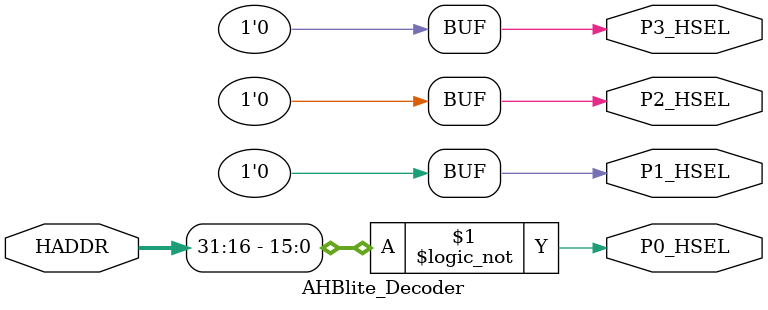
<source format=v>
module AHBlite_Decoder(	// file.cleaned.mlir:2:3
  input  [31:0] HADDR,	// file.cleaned.mlir:2:33
  output        P0_HSEL,	// file.cleaned.mlir:2:51
                P1_HSEL,	// file.cleaned.mlir:2:69
                P2_HSEL,	// file.cleaned.mlir:2:87
                P3_HSEL	// file.cleaned.mlir:2:105
);

  assign P0_HSEL = HADDR[31:16] == 16'h0;	// file.cleaned.mlir:4:15, :5:10, :6:10, :7:5
  assign P1_HSEL = 1'h0;	// file.cleaned.mlir:3:14, :7:5
  assign P2_HSEL = 1'h0;	// file.cleaned.mlir:3:14, :7:5
  assign P3_HSEL = 1'h0;	// file.cleaned.mlir:3:14, :7:5
endmodule


</source>
